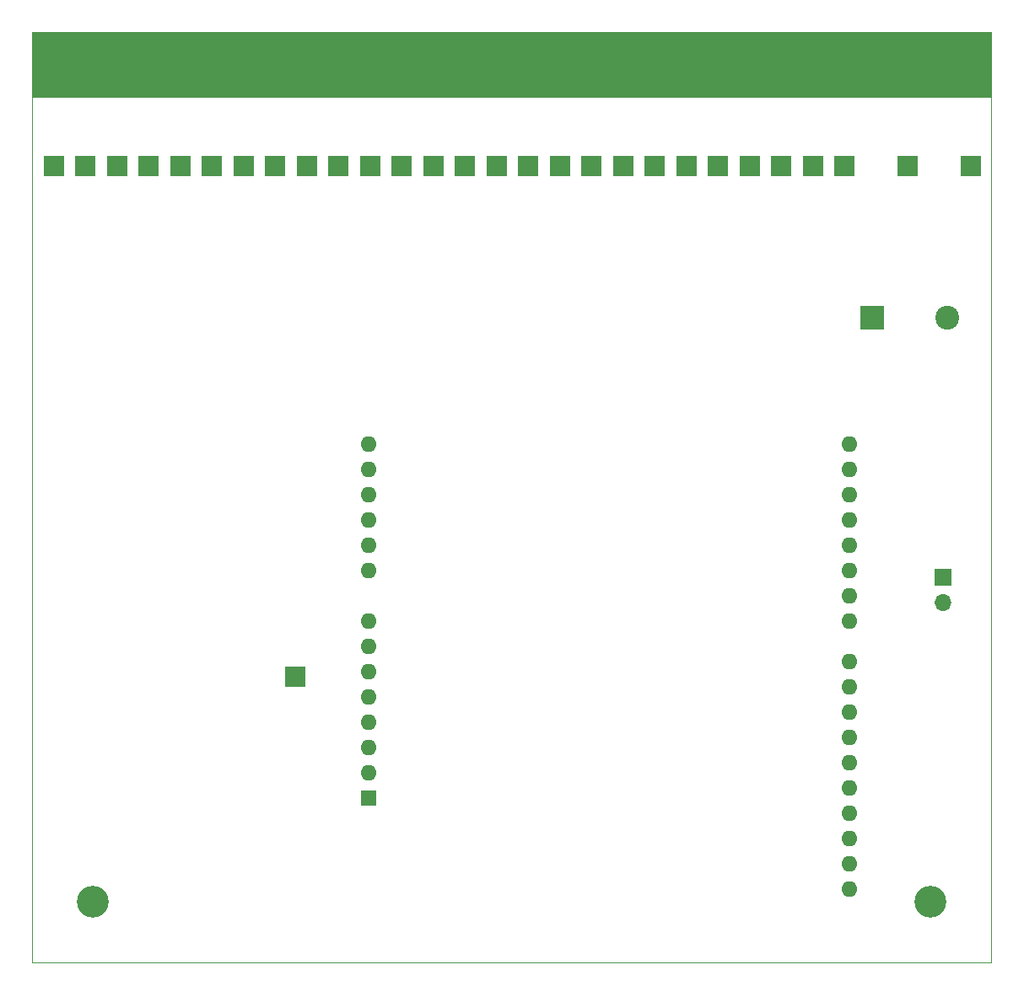
<source format=gbr>
%TF.GenerationSoftware,KiCad,Pcbnew,(7.0.0-0)*%
%TF.CreationDate,2023-07-22T14:03:52-04:00*%
%TF.ProjectId,Rodgers890,526f6467-6572-4733-9839-302e6b696361,rev?*%
%TF.SameCoordinates,Original*%
%TF.FileFunction,Soldermask,Bot*%
%TF.FilePolarity,Negative*%
%FSLAX46Y46*%
G04 Gerber Fmt 4.6, Leading zero omitted, Abs format (unit mm)*
G04 Created by KiCad (PCBNEW (7.0.0-0)) date 2023-07-22 14:03:52*
%MOMM*%
%LPD*%
G01*
G04 APERTURE LIST*
%ADD10R,2.000000X2.000000*%
%ADD11C,3.200000*%
%ADD12R,1.700000X1.700000*%
%ADD13O,1.700000X1.700000*%
%ADD14R,2.400000X2.400000*%
%ADD15C,2.400000*%
%ADD16R,1.600000X1.600000*%
%ADD17O,1.600000X1.600000*%
%TA.AperFunction,Profile*%
%ADD18C,0.100000*%
%TD*%
G04 APERTURE END LIST*
D10*
%TO.C,TP39*%
X160654999Y-43179999D03*
%TD*%
%TO.C,TP25*%
X116204999Y-43179999D03*
%TD*%
%TO.C,TP26*%
X119379999Y-43179999D03*
%TD*%
%TO.C,TP34*%
X144779999Y-43179999D03*
%TD*%
%TO.C,TP27*%
X122554999Y-43179999D03*
%TD*%
%TO.C,TP41*%
X167004999Y-43179999D03*
%TD*%
%TO.C,TP38*%
X157479999Y-43179999D03*
%TD*%
%TO.C,TP36*%
X151129999Y-43179999D03*
%TD*%
%TO.C,TP37*%
X154304999Y-43179999D03*
%TD*%
%TO.C,TP50*%
X195579999Y-43179999D03*
%TD*%
%TO.C,TP28*%
X125729999Y-43179999D03*
%TD*%
%TO.C,TP33*%
X141604999Y-43179999D03*
%TD*%
%TO.C,TP21*%
X103504999Y-43179999D03*
%TD*%
%TO.C,TP30*%
X132079999Y-43179999D03*
%TD*%
%TO.C,TP31*%
X135254999Y-43179999D03*
%TD*%
%TO.C,TP46*%
X182879999Y-43179999D03*
%TD*%
%TO.C,TP22*%
X106679999Y-43179999D03*
%TD*%
%TO.C,TP44*%
X176529999Y-43179999D03*
%TD*%
%TO.C,TP29*%
X128904999Y-43179999D03*
%TD*%
D11*
%TO.C,REF\u002A\u002A*%
X191516000Y-117094000D03*
%TD*%
D12*
%TO.C,J2*%
X192785999Y-84576999D03*
D13*
X192785999Y-87116999D03*
%TD*%
D10*
%TO.C,TP45*%
X179704999Y-43179999D03*
%TD*%
%TO.C,TP23*%
X109854999Y-43179999D03*
%TD*%
D11*
%TO.C,REF\u002A\u002A*%
X107442000Y-117094000D03*
%TD*%
D14*
%TO.C,C5*%
X185656040Y-58419999D03*
D15*
X193156041Y-58420000D03*
%TD*%
D10*
%TO.C,TP40*%
X163829999Y-43179999D03*
%TD*%
%TO.C,TP24*%
X113029999Y-43179999D03*
%TD*%
%TO.C,TP35*%
X147954999Y-43179999D03*
%TD*%
%TO.C,TP43*%
X173354999Y-43179999D03*
%TD*%
%TO.C,TP48*%
X189229999Y-43179999D03*
%TD*%
%TO.C,TP42*%
X170179999Y-43179999D03*
%TD*%
%TO.C,TP32*%
X138429999Y-43179999D03*
%TD*%
%TO.C,TP1*%
X127761999Y-94487999D03*
%TD*%
D16*
%TO.C,A1*%
X135127999Y-106679999D03*
D17*
X135127999Y-104139999D03*
X135127999Y-101599999D03*
X135127999Y-99059999D03*
X135127999Y-96519999D03*
X135127999Y-93979999D03*
X135127999Y-91439999D03*
X135127999Y-88899999D03*
X135127999Y-83819999D03*
X135127999Y-81279999D03*
X135127999Y-78739999D03*
X135127999Y-76199999D03*
X135127999Y-73659999D03*
X135127999Y-71119999D03*
X183387999Y-71119999D03*
X183387999Y-73659999D03*
X183387999Y-76199999D03*
X183387999Y-78739999D03*
X183387999Y-81279999D03*
X183387999Y-83819999D03*
X183387999Y-86359999D03*
X183387999Y-88899999D03*
X183387999Y-92959999D03*
X183387999Y-95499999D03*
X183387999Y-98039999D03*
X183387999Y-100579999D03*
X183387999Y-103119999D03*
X183387999Y-105659999D03*
X183387999Y-108199999D03*
X183387999Y-110739999D03*
X183387999Y-113279999D03*
X183387999Y-115819999D03*
%TD*%
G36*
X197550000Y-29734613D02*
G01*
X197595387Y-29780000D01*
X197612000Y-29842000D01*
X197612000Y-36198000D01*
X197595387Y-36260000D01*
X197550000Y-36305387D01*
X197488000Y-36322000D01*
X101470000Y-36322000D01*
X101408000Y-36305387D01*
X101362613Y-36260000D01*
X101346000Y-36198000D01*
X101346000Y-29842000D01*
X101362613Y-29780000D01*
X101408000Y-29734613D01*
X101470000Y-29718000D01*
X197488000Y-29718000D01*
X197550000Y-29734613D01*
G37*
D18*
X101346000Y-29718000D02*
X197612000Y-29718000D01*
X197612000Y-29718000D02*
X197612000Y-123190000D01*
X197612000Y-123190000D02*
X101346000Y-123190000D01*
X101346000Y-123190000D02*
X101346000Y-29718000D01*
M02*

</source>
